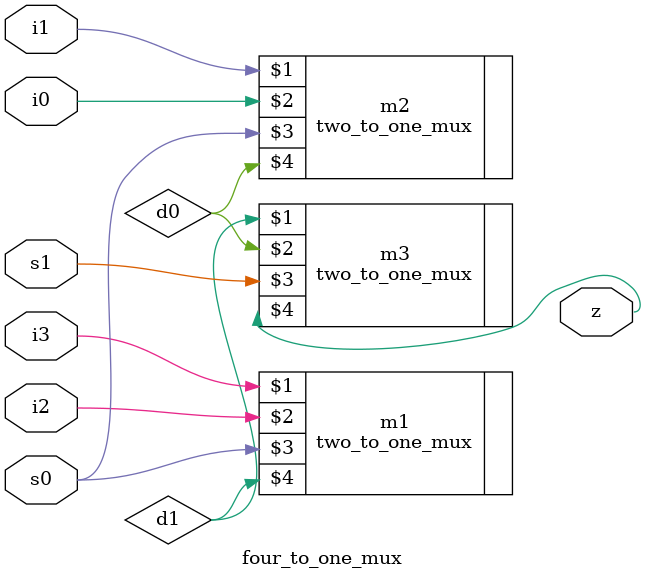
<source format=sv>
`timescale 1ns / 1ps



module four_to_one_mux(i3, i2, i1, i0, s1, s0, z);

    input i3, i2, i1, i0, s1, s0;
    output z;
    wire d1, d0;
    two_to_one_mux m1(i3, i2, s0, d1); // instance1
    two_to_one_mux m2(i1, i0, s0, d0); // instance2
    two_to_one_mux m3(d1, d0, s1, z); // instance3
    
endmodule
</source>
